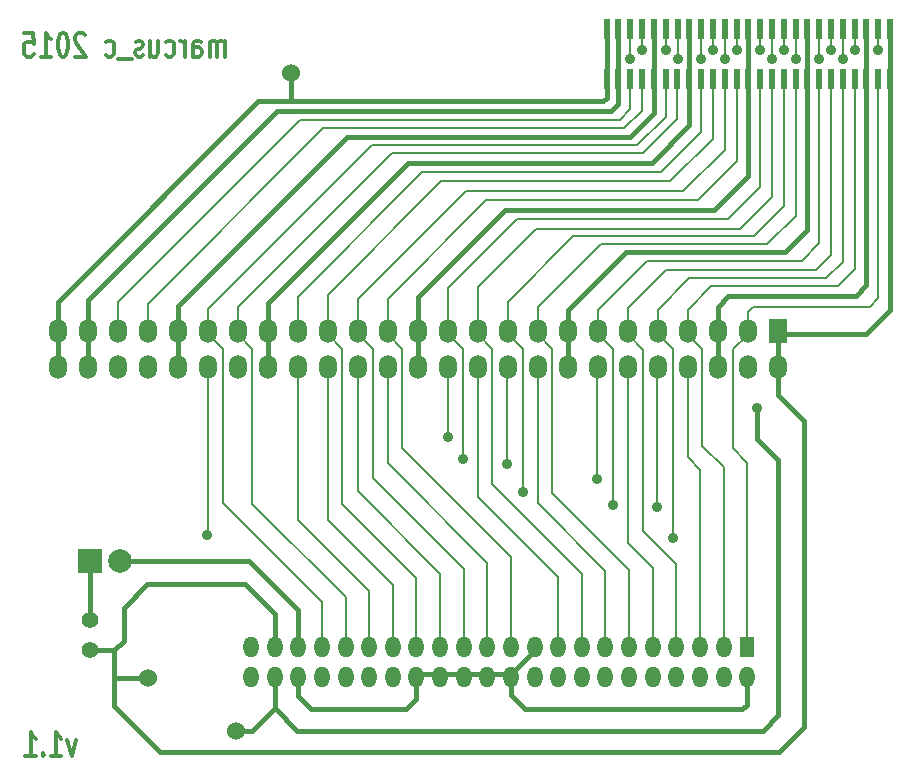
<source format=gbl>
G04 #@! TF.FileFunction,Copper,L2,Bot,Mixed*
%FSLAX46Y46*%
G04 Gerber Fmt 4.6, Leading zero omitted, Abs format (unit mm)*
G04 Created by KiCad (PCBNEW no-vcs-found-product) date Sat 16 Jan 2016 00:16:32 CET*
%MOMM*%
G01*
G04 APERTURE LIST*
%ADD10C,0.150000*%
%ADD11C,0.304800*%
%ADD12R,1.300000X1.800000*%
%ADD13O,1.300000X1.800000*%
%ADD14O,1.500000X2.000000*%
%ADD15R,1.500000X2.000000*%
%ADD16R,0.599440X1.800860*%
%ADD17C,1.524000*%
%ADD18R,2.000000X2.000000*%
%ADD19C,2.000000*%
%ADD20C,1.397000*%
%ADD21C,0.889000*%
%ADD22C,0.400000*%
%ADD23C,0.398780*%
%ADD24C,0.203200*%
G04 APERTURE END LIST*
D10*
D11*
X121077143Y-120064571D02*
X120714286Y-121419238D01*
X120351428Y-120064571D01*
X118972571Y-121419238D02*
X119843428Y-121419238D01*
X119408000Y-121419238D02*
X119408000Y-119387238D01*
X119553143Y-119677524D01*
X119698285Y-119871048D01*
X119843428Y-119967810D01*
X118319428Y-121225714D02*
X118246856Y-121322476D01*
X118319428Y-121419238D01*
X118391999Y-121322476D01*
X118319428Y-121225714D01*
X118319428Y-121419238D01*
X116795428Y-121419238D02*
X117666285Y-121419238D01*
X117230857Y-121419238D02*
X117230857Y-119387238D01*
X117376000Y-119677524D01*
X117521142Y-119871048D01*
X117666285Y-119967810D01*
X133690858Y-62219238D02*
X133690858Y-60864571D01*
X133690858Y-61058095D02*
X133618286Y-60961333D01*
X133473144Y-60864571D01*
X133255429Y-60864571D01*
X133110286Y-60961333D01*
X133037715Y-61154857D01*
X133037715Y-62219238D01*
X133037715Y-61154857D02*
X132965144Y-60961333D01*
X132820001Y-60864571D01*
X132602286Y-60864571D01*
X132457144Y-60961333D01*
X132384572Y-61154857D01*
X132384572Y-62219238D01*
X131005715Y-62219238D02*
X131005715Y-61154857D01*
X131078286Y-60961333D01*
X131223429Y-60864571D01*
X131513715Y-60864571D01*
X131658858Y-60961333D01*
X131005715Y-62122476D02*
X131150858Y-62219238D01*
X131513715Y-62219238D01*
X131658858Y-62122476D01*
X131731429Y-61928952D01*
X131731429Y-61735429D01*
X131658858Y-61541905D01*
X131513715Y-61445143D01*
X131150858Y-61445143D01*
X131005715Y-61348381D01*
X130280001Y-62219238D02*
X130280001Y-60864571D01*
X130280001Y-61251619D02*
X130207429Y-61058095D01*
X130134858Y-60961333D01*
X129989715Y-60864571D01*
X129844572Y-60864571D01*
X128683429Y-62122476D02*
X128828572Y-62219238D01*
X129118858Y-62219238D01*
X129264000Y-62122476D01*
X129336572Y-62025714D01*
X129409143Y-61832190D01*
X129409143Y-61251619D01*
X129336572Y-61058095D01*
X129264000Y-60961333D01*
X129118858Y-60864571D01*
X128828572Y-60864571D01*
X128683429Y-60961333D01*
X127377143Y-60864571D02*
X127377143Y-62219238D01*
X128030286Y-60864571D02*
X128030286Y-61928952D01*
X127957714Y-62122476D01*
X127812572Y-62219238D01*
X127594857Y-62219238D01*
X127449714Y-62122476D01*
X127377143Y-62025714D01*
X126724000Y-62122476D02*
X126578857Y-62219238D01*
X126288572Y-62219238D01*
X126143429Y-62122476D01*
X126070857Y-61928952D01*
X126070857Y-61832190D01*
X126143429Y-61638667D01*
X126288572Y-61541905D01*
X126506286Y-61541905D01*
X126651429Y-61445143D01*
X126724000Y-61251619D01*
X126724000Y-61154857D01*
X126651429Y-60961333D01*
X126506286Y-60864571D01*
X126288572Y-60864571D01*
X126143429Y-60961333D01*
X125780572Y-62412762D02*
X124619429Y-62412762D01*
X123603429Y-62122476D02*
X123748572Y-62219238D01*
X124038858Y-62219238D01*
X124184000Y-62122476D01*
X124256572Y-62025714D01*
X124329143Y-61832190D01*
X124329143Y-61251619D01*
X124256572Y-61058095D01*
X124184000Y-60961333D01*
X124038858Y-60864571D01*
X123748572Y-60864571D01*
X123603429Y-60961333D01*
X121861714Y-60380762D02*
X121789143Y-60284000D01*
X121644000Y-60187238D01*
X121281143Y-60187238D01*
X121136000Y-60284000D01*
X121063429Y-60380762D01*
X120990857Y-60574286D01*
X120990857Y-60767810D01*
X121063429Y-61058095D01*
X121934286Y-62219238D01*
X120990857Y-62219238D01*
X120047428Y-60187238D02*
X119902285Y-60187238D01*
X119757142Y-60284000D01*
X119684571Y-60380762D01*
X119612000Y-60574286D01*
X119539428Y-60961333D01*
X119539428Y-61445143D01*
X119612000Y-61832190D01*
X119684571Y-62025714D01*
X119757142Y-62122476D01*
X119902285Y-62219238D01*
X120047428Y-62219238D01*
X120192571Y-62122476D01*
X120265142Y-62025714D01*
X120337714Y-61832190D01*
X120410285Y-61445143D01*
X120410285Y-60961333D01*
X120337714Y-60574286D01*
X120265142Y-60380762D01*
X120192571Y-60284000D01*
X120047428Y-60187238D01*
X118087999Y-62219238D02*
X118958856Y-62219238D01*
X118523428Y-62219238D02*
X118523428Y-60187238D01*
X118668571Y-60477524D01*
X118813713Y-60671048D01*
X118958856Y-60767810D01*
X116709142Y-60187238D02*
X117434856Y-60187238D01*
X117507427Y-61154857D01*
X117434856Y-61058095D01*
X117289713Y-60961333D01*
X116926856Y-60961333D01*
X116781713Y-61058095D01*
X116709142Y-61154857D01*
X116636570Y-61348381D01*
X116636570Y-61832190D01*
X116709142Y-62025714D01*
X116781713Y-62122476D01*
X116926856Y-62219238D01*
X117289713Y-62219238D01*
X117434856Y-62122476D01*
X117507427Y-62025714D01*
D12*
X177900000Y-112250000D03*
D13*
X177900000Y-114750000D03*
X175900000Y-112250000D03*
X175900000Y-114750000D03*
X173900000Y-112250000D03*
X173900000Y-114750000D03*
X171900000Y-112250000D03*
X171900000Y-114750000D03*
X169900000Y-112250000D03*
X169900000Y-114750000D03*
X167900000Y-112250000D03*
X167900000Y-114750000D03*
X165900000Y-112250000D03*
X165900000Y-114750000D03*
X163900000Y-112250000D03*
X163900000Y-114750000D03*
X161900000Y-112250000D03*
X161900000Y-114750000D03*
X159900000Y-112250000D03*
X159900000Y-114750000D03*
X157900000Y-112250000D03*
X157900000Y-114750000D03*
X155900000Y-112250000D03*
X155900000Y-114750000D03*
X153900000Y-112250000D03*
X153900000Y-114750000D03*
X151900000Y-112250000D03*
X151900000Y-114750000D03*
X149900000Y-112250000D03*
X149900000Y-114750000D03*
X147900000Y-112250000D03*
X147900000Y-114750000D03*
X145900000Y-112250000D03*
X145900000Y-114750000D03*
X143900000Y-112250000D03*
X143900000Y-114750000D03*
X141900000Y-112250000D03*
X141900000Y-114750000D03*
X139900000Y-112250000D03*
X139900000Y-114750000D03*
X137900000Y-112250000D03*
X137900000Y-114750000D03*
X135900000Y-112250000D03*
X135900000Y-114750000D03*
D14*
X129680000Y-88520000D03*
X129680000Y-85480000D03*
X127140000Y-85480000D03*
X127140000Y-88520000D03*
X124600000Y-88520000D03*
X124600000Y-85480000D03*
X119520000Y-85480000D03*
X119520000Y-88520000D03*
X122060000Y-88520000D03*
X122060000Y-85480000D03*
X134760000Y-85480000D03*
X134760000Y-88520000D03*
X132220000Y-88520000D03*
X132220000Y-85480000D03*
X137300000Y-85480000D03*
X137300000Y-88520000D03*
X139840000Y-88520000D03*
X139840000Y-85480000D03*
X142380000Y-85480000D03*
X142380000Y-88520000D03*
X147460000Y-85480000D03*
X147460000Y-88520000D03*
X144920000Y-88520000D03*
X144920000Y-85480000D03*
X150000000Y-85480000D03*
X150000000Y-88520000D03*
X152540000Y-88520000D03*
X152540000Y-85480000D03*
X155080000Y-85480000D03*
X155080000Y-88520000D03*
X157620000Y-88520000D03*
X157620000Y-85480000D03*
X160160000Y-85480000D03*
X160160000Y-88520000D03*
X162700000Y-88520000D03*
X162700000Y-85480000D03*
X165240000Y-85480000D03*
X165240000Y-88520000D03*
X167780000Y-88520000D03*
X167780000Y-85480000D03*
X170320000Y-85480000D03*
X170320000Y-88520000D03*
X172860000Y-88520000D03*
X172860000Y-85480000D03*
D15*
X180480000Y-85480000D03*
D14*
X180480000Y-88520000D03*
X177940000Y-85480000D03*
X177940000Y-88520000D03*
X175400000Y-85480000D03*
X175400000Y-88520000D03*
D16*
X189998960Y-64099420D03*
X188998200Y-64101960D03*
X187997440Y-64101960D03*
X186999220Y-64101960D03*
X185998460Y-64101960D03*
X184997700Y-64101960D03*
X183999480Y-64101960D03*
X182998720Y-64101960D03*
X181997960Y-64101960D03*
X180999740Y-64101960D03*
X179998980Y-64101960D03*
X178998220Y-64101960D03*
X177997460Y-64101960D03*
X176999240Y-64101960D03*
X175998480Y-64101960D03*
X174997720Y-64101960D03*
X173999500Y-64101960D03*
X172998740Y-64101960D03*
X171997980Y-64101960D03*
X170999760Y-64101960D03*
X169999000Y-64101960D03*
X168998240Y-64101960D03*
X167997480Y-64101960D03*
X166999260Y-64101960D03*
X165998500Y-64101960D03*
X189998960Y-59898040D03*
X189000740Y-59898040D03*
X187999980Y-59898040D03*
X186999220Y-59898040D03*
X186001000Y-59898040D03*
X185000240Y-59898040D03*
X183999480Y-59898040D03*
X183001260Y-59898040D03*
X182000500Y-59898040D03*
X180999740Y-59898040D03*
X179998980Y-59898040D03*
X179000760Y-59898040D03*
X178000000Y-59898040D03*
X176999240Y-59898040D03*
X176001020Y-59898040D03*
X175000260Y-59898040D03*
X173999500Y-59898040D03*
X172998740Y-59898040D03*
X172000520Y-59898040D03*
X170999760Y-59898040D03*
X169999000Y-59898040D03*
X169000780Y-59898040D03*
X168000020Y-59898040D03*
X166999260Y-59898040D03*
X166001040Y-59898040D03*
D17*
X127200000Y-114800000D03*
X134600000Y-119300000D03*
X139300000Y-63600000D03*
D18*
X122300000Y-104900000D03*
D19*
X124840000Y-104900000D03*
D20*
X122300000Y-112470000D03*
X122300000Y-109930000D03*
D21*
X178700000Y-92000000D03*
X187000000Y-61700000D03*
X189000000Y-61700000D03*
X171600000Y-103000000D03*
X166500000Y-100200000D03*
X158900000Y-99100000D03*
X153800000Y-96300000D03*
X186000000Y-62400000D03*
X170300000Y-100400000D03*
X185000000Y-61700000D03*
X184000000Y-62400000D03*
X165200000Y-98000000D03*
X182000000Y-62400000D03*
X157600000Y-96700000D03*
X181000000Y-61700000D03*
X180000000Y-62400000D03*
X179000000Y-61700000D03*
X152600000Y-94400000D03*
X177000000Y-61700000D03*
X176000000Y-62400000D03*
X175000000Y-61700000D03*
X174000000Y-62400000D03*
X172000000Y-62400000D03*
X171000000Y-61700000D03*
X132200000Y-102700000D03*
X169000000Y-61700000D03*
X168000000Y-62400000D03*
D22*
X187999980Y-59898040D02*
X187999980Y-64099420D01*
X187999980Y-64099420D02*
X187997440Y-64101960D01*
X175400000Y-85730000D02*
X175400000Y-88270000D01*
X137900000Y-117400000D02*
X136000000Y-119300000D01*
X136000000Y-119300000D02*
X134600000Y-119300000D01*
X178700000Y-94600000D02*
X178700000Y-92000000D01*
X180500000Y-118000000D02*
X180500000Y-96400000D01*
X179200000Y-119300000D02*
X180500000Y-118000000D01*
X139800000Y-119300000D02*
X179200000Y-119300000D01*
X137900000Y-117400000D02*
X139800000Y-119300000D01*
X180500000Y-96400000D02*
X178700000Y-94600000D01*
X137900000Y-117400000D02*
X137900000Y-114500000D01*
X175400000Y-83400000D02*
X176300000Y-82500000D01*
X175400000Y-85730000D02*
X175400000Y-83400000D01*
X188000000Y-70600000D02*
X187997440Y-70600000D01*
X188000000Y-81600000D02*
X188000000Y-70600000D01*
X187100000Y-82500000D02*
X188000000Y-81600000D01*
X176300000Y-82500000D02*
X187100000Y-82500000D01*
X187997440Y-70802560D02*
X187997440Y-70600000D01*
X187997440Y-70600000D02*
X187997440Y-64101960D01*
D23*
X139900000Y-112500000D02*
X139900000Y-109100000D01*
X135700000Y-104900000D02*
X124840000Y-104900000D01*
X139900000Y-109100000D02*
X135700000Y-104900000D01*
D24*
X187000000Y-59898820D02*
X187000000Y-61700000D01*
X172860000Y-88270000D02*
X172860000Y-96160000D01*
X173900000Y-97200000D02*
X173900000Y-112500000D01*
X172860000Y-96160000D02*
X173900000Y-97200000D01*
X187000000Y-59898820D02*
X186999220Y-59898040D01*
X174850000Y-81650000D02*
X185550000Y-81650000D01*
X186999220Y-64101960D02*
X186999882Y-70899990D01*
X172860000Y-83640000D02*
X174850000Y-81650000D01*
X172860000Y-83640000D02*
X172860000Y-85730000D01*
X186999882Y-80200118D02*
X186999882Y-70899990D01*
X185550000Y-81650000D02*
X186999882Y-80200118D01*
X172860000Y-85730000D02*
X172860000Y-85760000D01*
X172860000Y-85760000D02*
X174100000Y-87000000D01*
X175900000Y-97000000D02*
X175900000Y-112500000D01*
X174100000Y-95200000D02*
X175900000Y-97000000D01*
X174100000Y-87000000D02*
X174100000Y-95200000D01*
X172860000Y-85730000D02*
X172770000Y-85730000D01*
X177940000Y-85730000D02*
X177940000Y-83860000D01*
X177940000Y-83860000D02*
X178400000Y-83400000D01*
X178400000Y-83400000D02*
X188300000Y-83400000D01*
X188300000Y-83400000D02*
X188998200Y-82701800D01*
X188998200Y-82701800D02*
X188998200Y-64101960D01*
X177940000Y-85730000D02*
X177940000Y-85260000D01*
X177900000Y-96600000D02*
X177900000Y-112500000D01*
X176700000Y-95400000D02*
X177900000Y-96600000D01*
X177940000Y-85730000D02*
X177940000Y-85760000D01*
X177940000Y-85760000D02*
X176700000Y-87000000D01*
X176700000Y-87000000D02*
X176700000Y-95400000D01*
X177940000Y-85730000D02*
X177870000Y-85730000D01*
X189000000Y-61700000D02*
X189000740Y-61699260D01*
X189000740Y-61699260D02*
X189000740Y-59898040D01*
D22*
X178000000Y-59898040D02*
X178000000Y-64099420D01*
X178000000Y-64099420D02*
X177997460Y-64101960D01*
X150000000Y-85730000D02*
X150000000Y-88270000D01*
X129680000Y-85730000D02*
X129680000Y-88270000D01*
X137300000Y-85730000D02*
X137300000Y-88270000D01*
X169999000Y-59898040D02*
X169999000Y-64101960D01*
X172998740Y-59898040D02*
X172998740Y-64101960D01*
X166999260Y-59898040D02*
X166999260Y-64101960D01*
X122060000Y-85730000D02*
X122060000Y-88270000D01*
X162700000Y-88270000D02*
X162700000Y-85730000D01*
X182998720Y-64101960D02*
X182998720Y-59900580D01*
X182998720Y-59900580D02*
X183001260Y-59898040D01*
X167600000Y-78800000D02*
X181100000Y-78800000D01*
X181100000Y-78800000D02*
X182998720Y-76901280D01*
D23*
X162700000Y-83700000D02*
X162700000Y-85730000D01*
X182998720Y-64101960D02*
X182998720Y-76901280D01*
X162700000Y-83700000D02*
X167600000Y-78800000D01*
D22*
X177997460Y-68600000D02*
X177997460Y-72302540D01*
X177997460Y-72302540D02*
X175100000Y-75200000D01*
X150000000Y-82600000D02*
X150000000Y-85730000D01*
X157400000Y-75200000D02*
X175100000Y-75200000D01*
X150000000Y-82600000D02*
X157400000Y-75200000D01*
D24*
X177997460Y-68602540D02*
X177997460Y-68600000D01*
D22*
X177997460Y-68600000D02*
X177997460Y-64101960D01*
D23*
X122060000Y-85730000D02*
X122060000Y-82840000D01*
X166999260Y-66200740D02*
X166999260Y-64101960D01*
X166400000Y-66800000D02*
X166999260Y-66200740D01*
X138100000Y-66800000D02*
X166400000Y-66800000D01*
X122060000Y-82840000D02*
X138100000Y-66800000D01*
X139900000Y-114500000D02*
X139900000Y-116400000D01*
X149900000Y-116600000D02*
X149900000Y-114500000D01*
X149000000Y-117500000D02*
X149900000Y-116600000D01*
X141000000Y-117500000D02*
X149000000Y-117500000D01*
X139900000Y-116400000D02*
X141000000Y-117500000D01*
X177900000Y-114500000D02*
X177900000Y-117100000D01*
X157900000Y-116300000D02*
X157900000Y-114500000D01*
X159100000Y-117500000D02*
X157900000Y-116300000D01*
X177500000Y-117500000D02*
X159100000Y-117500000D01*
X177900000Y-117100000D02*
X177500000Y-117500000D01*
X149900000Y-114500000D02*
X151900000Y-114500000D01*
X151900000Y-114500000D02*
X153900000Y-114500000D01*
X153900000Y-114500000D02*
X155900000Y-114500000D01*
X155900000Y-114500000D02*
X157900000Y-114500000D01*
X159900000Y-112500000D02*
X157900000Y-114500000D01*
D22*
X149200000Y-71200000D02*
X169800000Y-71200000D01*
X169800000Y-71200000D02*
X172998740Y-68001260D01*
X137300000Y-83100000D02*
X137300000Y-85730000D01*
X172998740Y-64101960D02*
X172998740Y-68001260D01*
X137300000Y-83100000D02*
X149200000Y-71200000D01*
X144000000Y-69000000D02*
X168000000Y-69000000D01*
X168000000Y-69000000D02*
X169999000Y-67001000D01*
X169999000Y-67001000D02*
X169999000Y-64101960D01*
X129680000Y-85730000D02*
X129680000Y-83320000D01*
X129680000Y-83320000D02*
X144000000Y-69000000D01*
X122300000Y-104900000D02*
X122300000Y-109930000D01*
X180480000Y-85730000D02*
X180480000Y-88270000D01*
X189998960Y-59898040D02*
X189998960Y-64099420D01*
X180480000Y-85730000D02*
X187970000Y-85730000D01*
D23*
X189998960Y-67598960D02*
X189998960Y-64099420D01*
X190000000Y-67600000D02*
X189998960Y-67598960D01*
X190000000Y-83700000D02*
X190000000Y-67600000D01*
D22*
X187970000Y-85730000D02*
X190000000Y-83700000D01*
X127200000Y-114800000D02*
X124330000Y-114800000D01*
X180480000Y-88270000D02*
X180480000Y-90880000D01*
X180480000Y-90880000D02*
X182700000Y-93100000D01*
X182700000Y-93100000D02*
X182700000Y-119000000D01*
X182700000Y-119000000D02*
X180600000Y-121100000D01*
X180600000Y-121100000D02*
X128200000Y-121100000D01*
X128200000Y-121100000D02*
X124330000Y-117230000D01*
X124330000Y-117230000D02*
X124330000Y-114800000D01*
X124330000Y-114800000D02*
X124330000Y-112470000D01*
X137900000Y-112500000D02*
X137900000Y-109400000D01*
X137900000Y-109400000D02*
X135400000Y-106900000D01*
X135400000Y-106900000D02*
X127100000Y-106900000D01*
X127100000Y-106900000D02*
X125100000Y-108900000D01*
X125100000Y-108900000D02*
X125100000Y-111700000D01*
X125100000Y-111700000D02*
X124330000Y-112470000D01*
X124330000Y-112470000D02*
X122300000Y-112470000D01*
X119520000Y-85730000D02*
X119520000Y-88270000D01*
X166001040Y-59898040D02*
X166001040Y-64099420D01*
X166001040Y-64099420D02*
X165998500Y-64101960D01*
X139300000Y-63600000D02*
X139300000Y-66000000D01*
X136500000Y-66000000D02*
X139300000Y-66000000D01*
X139300000Y-66000000D02*
X165700000Y-66000000D01*
D23*
X165998500Y-65701500D02*
X165700000Y-66000000D01*
X136500000Y-66000000D02*
X119520000Y-82980000D01*
X119520000Y-85730000D02*
X119520000Y-82980000D01*
X165998500Y-65701500D02*
X165998500Y-64101960D01*
D24*
X173000000Y-81000000D02*
X184600000Y-81000000D01*
X170320000Y-83680000D02*
X173000000Y-81000000D01*
X185998460Y-64101960D02*
X186000000Y-70400000D01*
X170320000Y-83680000D02*
X170320000Y-85730000D01*
X186000000Y-79600000D02*
X186000000Y-70400000D01*
X184600000Y-81000000D02*
X186000000Y-79600000D01*
X171600000Y-103000000D02*
X171600000Y-101000000D01*
X171600000Y-101000000D02*
X171600000Y-87010000D01*
X170320000Y-85730000D02*
X171600000Y-87010000D01*
X171000000Y-80300000D02*
X183700000Y-80300000D01*
X167780000Y-83520000D02*
X171000000Y-80300000D01*
X184999730Y-70900030D02*
X184997700Y-64101960D01*
X184999730Y-79000270D02*
X184999730Y-70900030D01*
X183700000Y-80300000D02*
X184999730Y-79000270D01*
X171900000Y-112500000D02*
X171900000Y-105200000D01*
X169100000Y-87050000D02*
X167780000Y-85730000D01*
X169100000Y-102400000D02*
X169100000Y-87050000D01*
X171900000Y-105200000D02*
X169100000Y-102400000D01*
X167780000Y-85730000D02*
X167780000Y-83520000D01*
X169400000Y-79500000D02*
X182500000Y-79500000D01*
X183999480Y-64101960D02*
X183999480Y-78000520D01*
X165240000Y-83660000D02*
X169400000Y-79500000D01*
X165240000Y-83660000D02*
X165240000Y-85730000D01*
X182500000Y-79500000D02*
X183999480Y-78000520D01*
X166500000Y-100200000D02*
X166500000Y-87000000D01*
X165240000Y-85740000D02*
X166500000Y-87000000D01*
X165240000Y-85740000D02*
X165240000Y-85730000D01*
X160160000Y-85730000D02*
X160160000Y-83440000D01*
X181997960Y-69402040D02*
X181997960Y-64101960D01*
X181997960Y-69702040D02*
X181997960Y-69402040D01*
X181997960Y-75702040D02*
X181997960Y-69702040D01*
X179600000Y-78100000D02*
X181997960Y-75702040D01*
X165500000Y-78100000D02*
X179600000Y-78100000D01*
X160160000Y-83440000D02*
X165500000Y-78100000D01*
X167900000Y-112500000D02*
X167900000Y-105700000D01*
X161400000Y-86970000D02*
X160160000Y-85730000D01*
X161400000Y-99200000D02*
X161400000Y-86970000D01*
X167900000Y-105700000D02*
X161400000Y-99200000D01*
X163150000Y-77450000D02*
X178450000Y-77450000D01*
X180999740Y-64101960D02*
X180999740Y-69300260D01*
X157620000Y-82980000D02*
X163150000Y-77450000D01*
X157620000Y-82980000D02*
X157620000Y-85730000D01*
X180999740Y-74900260D02*
X180999740Y-69300260D01*
X178450000Y-77450000D02*
X180999740Y-74900260D01*
X157620000Y-85730000D02*
X158900000Y-87010000D01*
X158900000Y-99100000D02*
X158900000Y-87010000D01*
X157620000Y-85730000D02*
X157620000Y-84680000D01*
X179998980Y-69000000D02*
X179998980Y-74101020D01*
X160000000Y-76800000D02*
X177300000Y-76800000D01*
X155080000Y-81720000D02*
X160000000Y-76800000D01*
X155080000Y-81720000D02*
X155080000Y-85730000D01*
X179998980Y-74101020D02*
X177300000Y-76800000D01*
X163900000Y-112500000D02*
X163900000Y-106000000D01*
X163900000Y-106000000D02*
X156300000Y-98400000D01*
X156300000Y-98400000D02*
X156300000Y-86950000D01*
X156300000Y-86950000D02*
X155080000Y-85730000D01*
X179998980Y-69001020D02*
X179998980Y-69000000D01*
X179998980Y-69000000D02*
X179998980Y-64101960D01*
X175600000Y-76000000D02*
X176300000Y-76000000D01*
X152540000Y-81860000D02*
X158400000Y-76000000D01*
X158400000Y-76000000D02*
X175600000Y-76000000D01*
X152540000Y-85730000D02*
X152540000Y-81860000D01*
X178998220Y-73301780D02*
X178998220Y-68800000D01*
X176300000Y-76000000D02*
X178998220Y-73301780D01*
X153800000Y-96300000D02*
X153800000Y-87000000D01*
X152540000Y-85740000D02*
X153800000Y-87000000D01*
X152540000Y-85740000D02*
X152540000Y-85730000D01*
X178998220Y-68801780D02*
X178998220Y-68800000D01*
X178998220Y-68800000D02*
X178998220Y-64101960D01*
X176999240Y-68400000D02*
X176999240Y-71100760D01*
X155800000Y-74400000D02*
X173700000Y-74400000D01*
X147460000Y-82740000D02*
X155800000Y-74400000D01*
X147460000Y-82740000D02*
X147460000Y-85730000D01*
X176999240Y-71100760D02*
X173700000Y-74400000D01*
X157900000Y-112500000D02*
X157900000Y-104600000D01*
X157900000Y-104600000D02*
X148700000Y-95400000D01*
X148700000Y-95400000D02*
X148700000Y-86970000D01*
X148700000Y-86970000D02*
X147460000Y-85730000D01*
X176999240Y-68400760D02*
X176999240Y-68400000D01*
X176999240Y-68400000D02*
X176999240Y-64101960D01*
X175998480Y-68301520D02*
X175998480Y-70101520D01*
X144920000Y-82780000D02*
X154100000Y-73600000D01*
X154100000Y-73600000D02*
X172500000Y-73600000D01*
X175998480Y-64101960D02*
X175998480Y-68301520D01*
X144920000Y-82780000D02*
X144920000Y-85730000D01*
X175998480Y-70101520D02*
X172500000Y-73600000D01*
X153900000Y-112500000D02*
X153900000Y-105600000D01*
X146200000Y-87010000D02*
X144920000Y-85730000D01*
X146200000Y-97900000D02*
X146200000Y-87010000D01*
X153900000Y-105600000D02*
X146200000Y-97900000D01*
X174997720Y-68300000D02*
X174997720Y-69202280D01*
X142380000Y-82420000D02*
X152000000Y-72800000D01*
X152000000Y-72800000D02*
X171400000Y-72800000D01*
X142380000Y-82420000D02*
X142380000Y-85730000D01*
X174997720Y-69202280D02*
X171400000Y-72800000D01*
X149900000Y-112500000D02*
X149900000Y-106400000D01*
X149900000Y-106400000D02*
X143600000Y-100100000D01*
X143600000Y-100100000D02*
X143600000Y-86950000D01*
X143600000Y-86950000D02*
X142380000Y-85730000D01*
X174997720Y-68302280D02*
X174997720Y-68300000D01*
X174997720Y-68300000D02*
X174997720Y-64101960D01*
X150400000Y-72000000D02*
X170600000Y-72000000D01*
X173999500Y-64101960D02*
X173999500Y-68600500D01*
X139840000Y-82560000D02*
X150400000Y-72000000D01*
X139840000Y-82560000D02*
X139840000Y-85730000D01*
X170600000Y-72000000D02*
X173999500Y-68600500D01*
X147800000Y-70400000D02*
X169100000Y-70400000D01*
X134760000Y-83440000D02*
X147800000Y-70400000D01*
X171997980Y-64101960D02*
X171997980Y-67502020D01*
X134760000Y-83440000D02*
X134760000Y-85730000D01*
X169100000Y-70400000D02*
X171997980Y-67502020D01*
X143900000Y-112500000D02*
X143900000Y-108000000D01*
X136000000Y-86970000D02*
X134760000Y-85730000D01*
X136000000Y-100100000D02*
X136000000Y-86970000D01*
X143900000Y-108000000D02*
X136000000Y-100100000D01*
X146100000Y-69700000D02*
X168600000Y-69700000D01*
X132220000Y-83580000D02*
X146100000Y-69700000D01*
X132220000Y-85730000D02*
X132220000Y-83580000D01*
X170999760Y-67300240D02*
X170999760Y-64101960D01*
X168600000Y-69700000D02*
X170999760Y-67300240D01*
X141900000Y-112500000D02*
X141900000Y-108400000D01*
X133500000Y-87010000D02*
X132220000Y-85730000D01*
X133500000Y-100000000D02*
X133500000Y-87010000D01*
X141900000Y-108400000D02*
X133500000Y-100000000D01*
X142000000Y-68300000D02*
X167500000Y-68300000D01*
X127140000Y-85730000D02*
X127140000Y-83160000D01*
X168998240Y-66801760D02*
X168998240Y-64101960D01*
X167500000Y-68300000D02*
X168998240Y-66801760D01*
X127140000Y-83160000D02*
X142000000Y-68300000D01*
X124600000Y-85730000D02*
X124600000Y-83000000D01*
X167997480Y-66702520D02*
X167997480Y-64101960D01*
X167100000Y-67600000D02*
X167997480Y-66702520D01*
X140000000Y-67600000D02*
X167100000Y-67600000D01*
X124600000Y-83000000D02*
X140000000Y-67600000D01*
X186001000Y-62399000D02*
X186000000Y-62400000D01*
X186001000Y-59898040D02*
X186001000Y-62399000D01*
X170300000Y-100400000D02*
X170300000Y-88290000D01*
X170300000Y-88290000D02*
X170320000Y-88270000D01*
X185000240Y-61699760D02*
X185000000Y-61700000D01*
X185000240Y-61699760D02*
X185000240Y-59898040D01*
X169900000Y-112500000D02*
X169900000Y-105500000D01*
X167780000Y-103380000D02*
X167780000Y-88270000D01*
X169900000Y-105500000D02*
X167780000Y-103380000D01*
X183999480Y-62399480D02*
X184000000Y-62400000D01*
X183999480Y-62399480D02*
X183999480Y-59898040D01*
X165200000Y-88310000D02*
X165200000Y-98000000D01*
X165200000Y-88310000D02*
X165240000Y-88270000D01*
X182000500Y-62399500D02*
X182000000Y-62400000D01*
X182000500Y-59898040D02*
X182000500Y-62399500D01*
X165900000Y-112500000D02*
X165900000Y-105800000D01*
X160160000Y-100060000D02*
X160160000Y-88270000D01*
X165900000Y-105800000D02*
X160160000Y-100060000D01*
X157600000Y-88290000D02*
X157600000Y-96700000D01*
X157600000Y-88290000D02*
X157620000Y-88270000D01*
X180999740Y-59898040D02*
X180999740Y-61699740D01*
X180999740Y-61699740D02*
X181000000Y-61700000D01*
X161900000Y-112500000D02*
X161900000Y-106300000D01*
X155080000Y-99480000D02*
X155080000Y-88270000D01*
X161900000Y-106300000D02*
X155080000Y-99480000D01*
X179998980Y-59898040D02*
X179998980Y-62398980D01*
X179998980Y-62398980D02*
X180000000Y-62400000D01*
X179000760Y-61699240D02*
X179000000Y-61700000D01*
X179000760Y-59898040D02*
X179000760Y-61699240D01*
X152600000Y-94400000D02*
X152600000Y-88330000D01*
X152600000Y-88330000D02*
X152540000Y-88270000D01*
X155900000Y-112500000D02*
X155900000Y-105100000D01*
X147460000Y-96660000D02*
X147460000Y-88270000D01*
X155900000Y-105100000D02*
X147460000Y-96660000D01*
X176999240Y-59898040D02*
X176999240Y-61699240D01*
X176999240Y-61699240D02*
X177000000Y-61700000D01*
X176001020Y-62398980D02*
X176000000Y-62400000D01*
X176001020Y-59898040D02*
X176001020Y-62398980D01*
X151900000Y-112500000D02*
X151900000Y-106000000D01*
X144920000Y-99020000D02*
X144920000Y-88270000D01*
X151900000Y-106000000D02*
X144920000Y-99020000D01*
X147900000Y-112500000D02*
X147900000Y-107000000D01*
X142380000Y-101480000D02*
X142380000Y-88270000D01*
X147900000Y-107000000D02*
X142380000Y-101480000D01*
X175000260Y-59898040D02*
X175000260Y-61699740D01*
X175000260Y-61699740D02*
X175000000Y-61700000D01*
X173999500Y-62399500D02*
X173999500Y-59898040D01*
X173999500Y-62399500D02*
X174000000Y-62400000D01*
X145900000Y-112500000D02*
X145900000Y-107500000D01*
X139840000Y-101440000D02*
X139840000Y-88270000D01*
X145900000Y-107500000D02*
X139840000Y-101440000D01*
X172000520Y-62399480D02*
X172000000Y-62400000D01*
X172000520Y-59898040D02*
X172000520Y-62399480D01*
X170999760Y-61699760D02*
X170999760Y-59898040D01*
X170999760Y-61699760D02*
X171000000Y-61700000D01*
X132220000Y-88270000D02*
X132220000Y-102680000D01*
X132220000Y-102680000D02*
X132200000Y-102700000D01*
X169000780Y-61699220D02*
X169000000Y-61700000D01*
X169000780Y-61699220D02*
X169000780Y-59898040D01*
X168000020Y-59898040D02*
X168000020Y-62399980D01*
X168000020Y-62399980D02*
X168000000Y-62400000D01*
M02*

</source>
